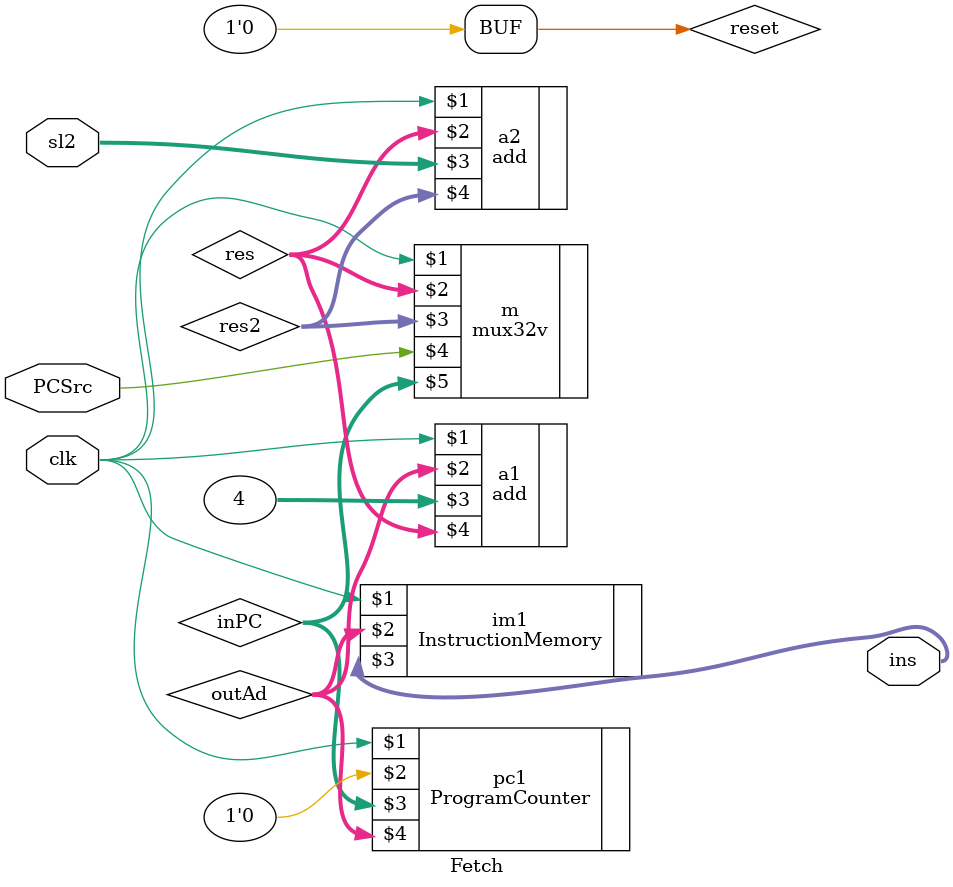
<source format=v>
module Fetch(clk, sl2, PCSrc, ins);

input clk, PCSrc;
input [0:31] sl2;
output [0:31] ins;
wire [0:31] inPCo, outAd, res, res2;
wire [0:31] inPC;
reg reset;

ProgramCounter pc1(clk , reset, inPC, outAd);
add a1(clk, outAd, 32'd4, res);
add a2(clk, res, sl2, res2);
mux32v m(clk, res, res2, PCSrc, inPC);
InstructionMemory im1(clk, outAd, ins);

initial begin
	//reset = 1'b1;
	reset = 1'b0;
	//#30 reset = 1'b0;
end

//initial
//	inPC = 0;

//initial
//	$monitor($time," %b dat: %d, %h\n", clk, outAd, ins);

//always
//	#5 assign inPC = inPCo;

endmodule
/*
module tb;
reg clk, PCSrc;
reg [0:31] sl2;
wire [0:31] ins;

Fetch f(clk, sl2, PCSrc, ins);

initial begin
	clk = 0;
	PCSrc = 0;
	sl2 = 0;
	#150
	$finish;
end

always
	#10 clk = ! clk;

endmodule*/

</source>
